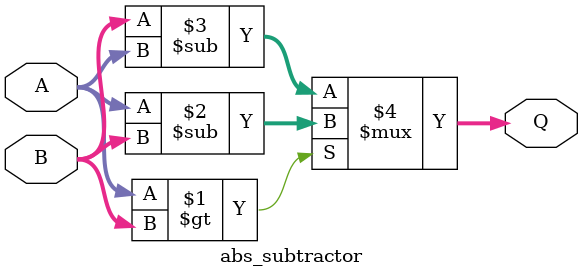
<source format=v>
`timescale 1ns / 1ps
module abs_subtractor #(parameter SUB_WIDTH = 5)
	(
    input [SUB_WIDTH-1:0] A,
    input [SUB_WIDTH-1:0] B,
    output[SUB_WIDTH-1:0] Q
    );
	
	assign Q = (A>B)? (A - B) : (B - A);

endmodule

</source>
